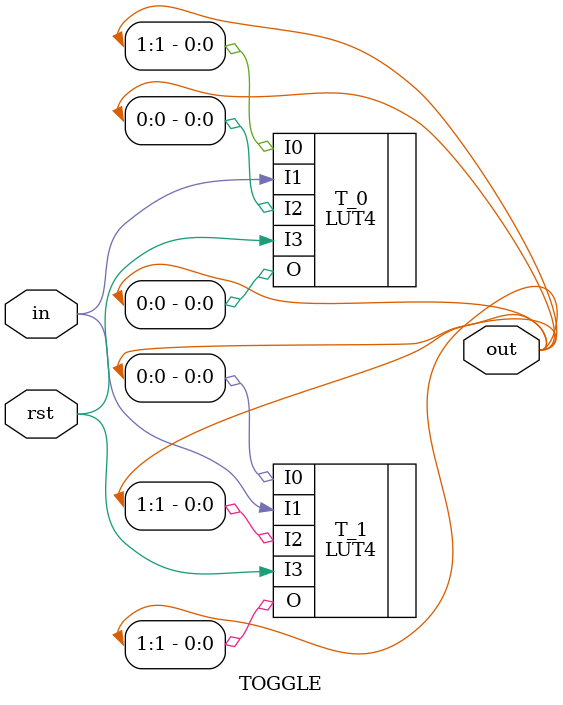
<source format=sv>
`timescale 1ns / 1ps

module TOGGLE
(
//---------CTRL-----------------------
  input                           rst,
//---------IN-------------------------
  input                            in,
//---------OUT------------------------
  output [1 : 0]                  out
//------------------------------------
);

LUT4 #
(
    .INIT(16'h0074)
)
T_0
(
    .O  (out[0]),
    .I0 (out[1]),
    .I1 (in),
    .I2 (out[0]),
    .I3 (rst)
);

LUT4 #
(
    .INIT(16'h00E2)
)
T_1
(
    .O  (out[1]),
    .I0 (out[0]),
    .I1 (in),
    .I2 (out[1]),
    .I3 (rst)
);
endmodule
</source>
